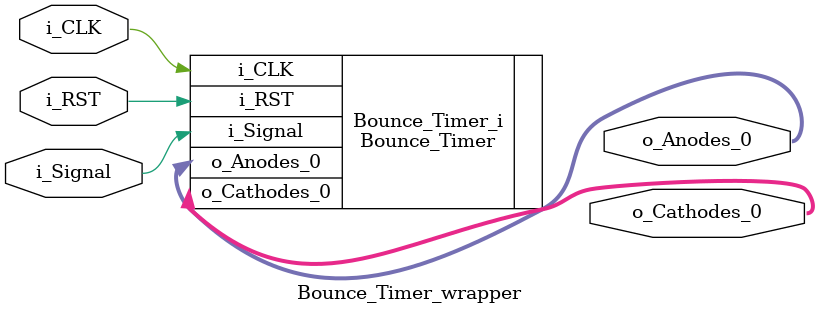
<source format=v>
`timescale 1 ps / 1 ps

module Bounce_Timer_wrapper
   (i_CLK,
    i_RST,
    i_Signal,
    o_Anodes_0,
    o_Cathodes_0);
  input i_CLK;
  input i_RST;
  input i_Signal;
  output [3:0]o_Anodes_0;
  output [6:0]o_Cathodes_0;

  wire i_CLK;
  wire i_RST;
  wire i_Signal;
  wire [3:0]o_Anodes_0;
  wire [6:0]o_Cathodes_0;

  Bounce_Timer Bounce_Timer_i
       (.i_CLK(i_CLK),
        .i_RST(i_RST),
        .i_Signal(i_Signal),
        .o_Anodes_0(o_Anodes_0),
        .o_Cathodes_0(o_Cathodes_0));
endmodule

</source>
